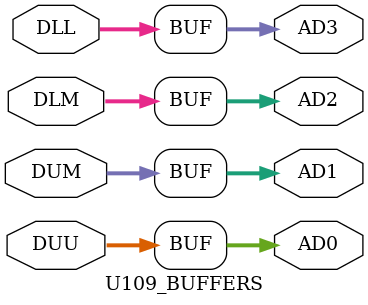
<source format=v>
module U109_BUFFERS
(
    input [7:0] DLL,
    input [7:0] DLM,
    input [7:0] DUM,
    input [7:0] DUU,

    output [7:0] AD0,
    output [7:0] AD1,
    output [7:0] AD2,
    output [7:0] AD3
);

//SET DIRECTION AND STATE OF D <-> AD DATA BUFFERS.
//THE BYTES ARE SWAPPED FOR THE INTERFACE.

//THIS IS JUST FOR TESTING, ATM.

assign AD0 = DUU;
assign AD1 = DUM;
assign AD2 = DLM;
assign AD3 = DLL;

endmodule
</source>
